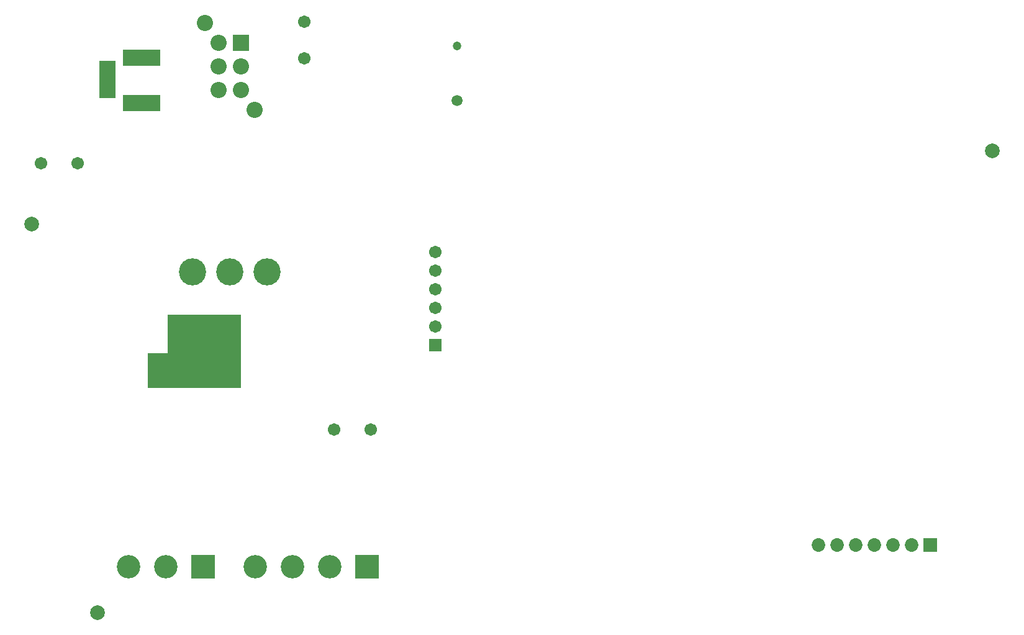
<source format=gbs>
G04*
G04 #@! TF.GenerationSoftware,Altium Limited,Altium Designer,24.5.2 (23)*
G04*
G04 Layer_Color=16711935*
%FSLAX25Y25*%
%MOIN*%
G70*
G04*
G04 #@! TF.SameCoordinates,326569EC-AB97-4657-8C9B-8E87E8CDC543*
G04*
G04*
G04 #@! TF.FilePolarity,Negative*
G04*
G01*
G75*
%ADD65C,0.04737*%
%ADD108C,0.07874*%
%ADD113C,0.06706*%
%ADD114R,0.06706X0.06706*%
%ADD115C,0.05918*%
%ADD116C,0.14580*%
%ADD117C,0.07296*%
%ADD118R,0.07296X0.07296*%
%ADD119R,0.12611X0.12611*%
%ADD120C,0.12611*%
%ADD121R,0.20485X0.08674*%
%ADD122R,0.08674X0.20485*%
%ADD123C,0.08674*%
%ADD124R,0.08674X0.08674*%
G36*
X124007Y132260D02*
X84626D01*
Y132264D01*
X74272D01*
Y150965D01*
X84626D01*
Y171630D01*
X124007D01*
Y132260D01*
D02*
G37*
D65*
X240158Y316122D02*
D03*
D108*
X47244Y11811D02*
D03*
X527559Y259842D02*
D03*
X11811Y220472D02*
D03*
D113*
X228346Y205354D02*
D03*
Y195354D02*
D03*
Y185354D02*
D03*
Y175354D02*
D03*
Y165354D02*
D03*
X174213Y110236D02*
D03*
X193898D02*
D03*
X157980Y329224D02*
D03*
Y309539D02*
D03*
X16732Y252953D02*
D03*
X36417D02*
D03*
D114*
X228346Y155354D02*
D03*
D115*
X240158Y286634D02*
D03*
D116*
X98110Y194882D02*
D03*
X118110D02*
D03*
X138110D02*
D03*
D117*
X484055Y48228D02*
D03*
X474055D02*
D03*
X464055D02*
D03*
X454055D02*
D03*
X444055D02*
D03*
X434055D02*
D03*
D118*
X494055D02*
D03*
D119*
X191890Y36417D02*
D03*
X103661D02*
D03*
D120*
X171890D02*
D03*
X151890D02*
D03*
X131890D02*
D03*
X83661D02*
D03*
X63661D02*
D03*
D121*
X70866Y285433D02*
D03*
Y309842D02*
D03*
D122*
X52362Y298031D02*
D03*
D123*
X104724Y328346D02*
D03*
X131496Y281890D02*
D03*
X112205Y292520D02*
D03*
Y305118D02*
D03*
Y317717D02*
D03*
X124016Y292520D02*
D03*
Y305118D02*
D03*
D124*
Y317717D02*
D03*
M02*

</source>
